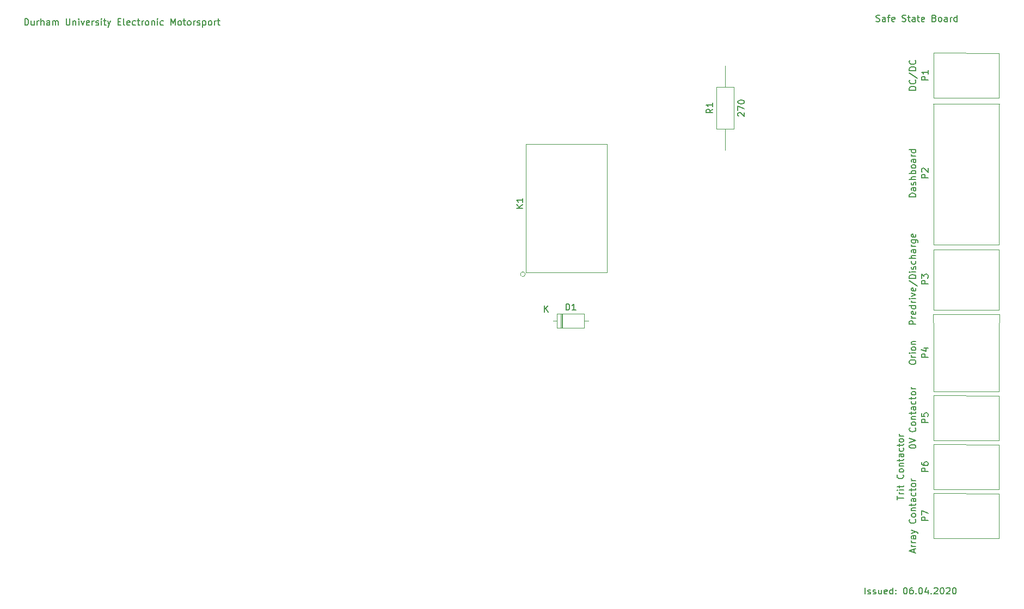
<source format=gto>
G04 #@! TF.GenerationSoftware,KiCad,Pcbnew,(5.1.5)-3*
G04 #@! TF.CreationDate,2020-04-06T18:20:06+01:00*
G04 #@! TF.ProjectId,SafeBoard,53616665-426f-4617-9264-2e6b69636164,rev?*
G04 #@! TF.SameCoordinates,Original*
G04 #@! TF.FileFunction,Legend,Top*
G04 #@! TF.FilePolarity,Positive*
%FSLAX46Y46*%
G04 Gerber Fmt 4.6, Leading zero omitted, Abs format (unit mm)*
G04 Created by KiCad (PCBNEW (5.1.5)-3) date 2020-04-06 18:20:06*
%MOMM*%
%LPD*%
G04 APERTURE LIST*
%ADD10C,0.150000*%
%ADD11C,0.120000*%
G04 APERTURE END LIST*
D10*
X194349080Y-139959480D02*
X194349080Y-138959480D01*
X194777652Y-139911861D02*
X194872890Y-139959480D01*
X195063366Y-139959480D01*
X195158604Y-139911861D01*
X195206223Y-139816623D01*
X195206223Y-139769004D01*
X195158604Y-139673766D01*
X195063366Y-139626147D01*
X194920509Y-139626147D01*
X194825271Y-139578528D01*
X194777652Y-139483290D01*
X194777652Y-139435671D01*
X194825271Y-139340433D01*
X194920509Y-139292814D01*
X195063366Y-139292814D01*
X195158604Y-139340433D01*
X195587176Y-139911861D02*
X195682414Y-139959480D01*
X195872890Y-139959480D01*
X195968128Y-139911861D01*
X196015747Y-139816623D01*
X196015747Y-139769004D01*
X195968128Y-139673766D01*
X195872890Y-139626147D01*
X195730033Y-139626147D01*
X195634795Y-139578528D01*
X195587176Y-139483290D01*
X195587176Y-139435671D01*
X195634795Y-139340433D01*
X195730033Y-139292814D01*
X195872890Y-139292814D01*
X195968128Y-139340433D01*
X196872890Y-139292814D02*
X196872890Y-139959480D01*
X196444319Y-139292814D02*
X196444319Y-139816623D01*
X196491938Y-139911861D01*
X196587176Y-139959480D01*
X196730033Y-139959480D01*
X196825271Y-139911861D01*
X196872890Y-139864242D01*
X197730033Y-139911861D02*
X197634795Y-139959480D01*
X197444319Y-139959480D01*
X197349080Y-139911861D01*
X197301461Y-139816623D01*
X197301461Y-139435671D01*
X197349080Y-139340433D01*
X197444319Y-139292814D01*
X197634795Y-139292814D01*
X197730033Y-139340433D01*
X197777652Y-139435671D01*
X197777652Y-139530909D01*
X197301461Y-139626147D01*
X198634795Y-139959480D02*
X198634795Y-138959480D01*
X198634795Y-139911861D02*
X198539557Y-139959480D01*
X198349080Y-139959480D01*
X198253842Y-139911861D01*
X198206223Y-139864242D01*
X198158604Y-139769004D01*
X198158604Y-139483290D01*
X198206223Y-139388052D01*
X198253842Y-139340433D01*
X198349080Y-139292814D01*
X198539557Y-139292814D01*
X198634795Y-139340433D01*
X199110985Y-139864242D02*
X199158604Y-139911861D01*
X199110985Y-139959480D01*
X199063366Y-139911861D01*
X199110985Y-139864242D01*
X199110985Y-139959480D01*
X199110985Y-139340433D02*
X199158604Y-139388052D01*
X199110985Y-139435671D01*
X199063366Y-139388052D01*
X199110985Y-139340433D01*
X199110985Y-139435671D01*
X200539557Y-138959480D02*
X200634795Y-138959480D01*
X200730033Y-139007100D01*
X200777652Y-139054719D01*
X200825271Y-139149957D01*
X200872890Y-139340433D01*
X200872890Y-139578528D01*
X200825271Y-139769004D01*
X200777652Y-139864242D01*
X200730033Y-139911861D01*
X200634795Y-139959480D01*
X200539557Y-139959480D01*
X200444319Y-139911861D01*
X200396700Y-139864242D01*
X200349080Y-139769004D01*
X200301461Y-139578528D01*
X200301461Y-139340433D01*
X200349080Y-139149957D01*
X200396700Y-139054719D01*
X200444319Y-139007100D01*
X200539557Y-138959480D01*
X201730033Y-138959480D02*
X201539557Y-138959480D01*
X201444319Y-139007100D01*
X201396700Y-139054719D01*
X201301461Y-139197576D01*
X201253842Y-139388052D01*
X201253842Y-139769004D01*
X201301461Y-139864242D01*
X201349080Y-139911861D01*
X201444319Y-139959480D01*
X201634795Y-139959480D01*
X201730033Y-139911861D01*
X201777652Y-139864242D01*
X201825271Y-139769004D01*
X201825271Y-139530909D01*
X201777652Y-139435671D01*
X201730033Y-139388052D01*
X201634795Y-139340433D01*
X201444319Y-139340433D01*
X201349080Y-139388052D01*
X201301461Y-139435671D01*
X201253842Y-139530909D01*
X202253842Y-139864242D02*
X202301461Y-139911861D01*
X202253842Y-139959480D01*
X202206223Y-139911861D01*
X202253842Y-139864242D01*
X202253842Y-139959480D01*
X202920509Y-138959480D02*
X203015747Y-138959480D01*
X203110985Y-139007100D01*
X203158604Y-139054719D01*
X203206223Y-139149957D01*
X203253842Y-139340433D01*
X203253842Y-139578528D01*
X203206223Y-139769004D01*
X203158604Y-139864242D01*
X203110985Y-139911861D01*
X203015747Y-139959480D01*
X202920509Y-139959480D01*
X202825271Y-139911861D01*
X202777652Y-139864242D01*
X202730033Y-139769004D01*
X202682414Y-139578528D01*
X202682414Y-139340433D01*
X202730033Y-139149957D01*
X202777652Y-139054719D01*
X202825271Y-139007100D01*
X202920509Y-138959480D01*
X204110985Y-139292814D02*
X204110985Y-139959480D01*
X203872890Y-138911861D02*
X203634795Y-139626147D01*
X204253842Y-139626147D01*
X204634795Y-139864242D02*
X204682414Y-139911861D01*
X204634795Y-139959480D01*
X204587176Y-139911861D01*
X204634795Y-139864242D01*
X204634795Y-139959480D01*
X205063366Y-139054719D02*
X205110985Y-139007100D01*
X205206223Y-138959480D01*
X205444319Y-138959480D01*
X205539557Y-139007100D01*
X205587176Y-139054719D01*
X205634795Y-139149957D01*
X205634795Y-139245195D01*
X205587176Y-139388052D01*
X205015747Y-139959480D01*
X205634795Y-139959480D01*
X206253842Y-138959480D02*
X206349080Y-138959480D01*
X206444319Y-139007100D01*
X206491938Y-139054719D01*
X206539557Y-139149957D01*
X206587176Y-139340433D01*
X206587176Y-139578528D01*
X206539557Y-139769004D01*
X206491938Y-139864242D01*
X206444319Y-139911861D01*
X206349080Y-139959480D01*
X206253842Y-139959480D01*
X206158604Y-139911861D01*
X206110985Y-139864242D01*
X206063366Y-139769004D01*
X206015747Y-139578528D01*
X206015747Y-139340433D01*
X206063366Y-139149957D01*
X206110985Y-139054719D01*
X206158604Y-139007100D01*
X206253842Y-138959480D01*
X206968128Y-139054719D02*
X207015747Y-139007100D01*
X207110985Y-138959480D01*
X207349080Y-138959480D01*
X207444319Y-139007100D01*
X207491938Y-139054719D01*
X207539557Y-139149957D01*
X207539557Y-139245195D01*
X207491938Y-139388052D01*
X206920509Y-139959480D01*
X207539557Y-139959480D01*
X208158604Y-138959480D02*
X208253842Y-138959480D01*
X208349080Y-139007100D01*
X208396699Y-139054719D01*
X208444319Y-139149957D01*
X208491938Y-139340433D01*
X208491938Y-139578528D01*
X208444319Y-139769004D01*
X208396699Y-139864242D01*
X208349080Y-139911861D01*
X208253842Y-139959480D01*
X208158604Y-139959480D01*
X208063366Y-139911861D01*
X208015747Y-139864242D01*
X207968128Y-139769004D01*
X207920509Y-139578528D01*
X207920509Y-139340433D01*
X207968128Y-139149957D01*
X208015747Y-139054719D01*
X208063366Y-139007100D01*
X208158604Y-138959480D01*
X196052376Y-50770561D02*
X196195233Y-50818180D01*
X196433328Y-50818180D01*
X196528566Y-50770561D01*
X196576185Y-50722942D01*
X196623804Y-50627704D01*
X196623804Y-50532466D01*
X196576185Y-50437228D01*
X196528566Y-50389609D01*
X196433328Y-50341990D01*
X196242852Y-50294371D01*
X196147614Y-50246752D01*
X196099995Y-50199133D01*
X196052376Y-50103895D01*
X196052376Y-50008657D01*
X196099995Y-49913419D01*
X196147614Y-49865800D01*
X196242852Y-49818180D01*
X196480947Y-49818180D01*
X196623804Y-49865800D01*
X197480947Y-50818180D02*
X197480947Y-50294371D01*
X197433328Y-50199133D01*
X197338090Y-50151514D01*
X197147614Y-50151514D01*
X197052376Y-50199133D01*
X197480947Y-50770561D02*
X197385709Y-50818180D01*
X197147614Y-50818180D01*
X197052376Y-50770561D01*
X197004757Y-50675323D01*
X197004757Y-50580085D01*
X197052376Y-50484847D01*
X197147614Y-50437228D01*
X197385709Y-50437228D01*
X197480947Y-50389609D01*
X197814280Y-50151514D02*
X198195233Y-50151514D01*
X197957138Y-50818180D02*
X197957138Y-49961038D01*
X198004757Y-49865800D01*
X198099995Y-49818180D01*
X198195233Y-49818180D01*
X198909519Y-50770561D02*
X198814280Y-50818180D01*
X198623804Y-50818180D01*
X198528566Y-50770561D01*
X198480947Y-50675323D01*
X198480947Y-50294371D01*
X198528566Y-50199133D01*
X198623804Y-50151514D01*
X198814280Y-50151514D01*
X198909519Y-50199133D01*
X198957138Y-50294371D01*
X198957138Y-50389609D01*
X198480947Y-50484847D01*
X200099995Y-50770561D02*
X200242852Y-50818180D01*
X200480947Y-50818180D01*
X200576185Y-50770561D01*
X200623804Y-50722942D01*
X200671423Y-50627704D01*
X200671423Y-50532466D01*
X200623804Y-50437228D01*
X200576185Y-50389609D01*
X200480947Y-50341990D01*
X200290471Y-50294371D01*
X200195233Y-50246752D01*
X200147614Y-50199133D01*
X200099995Y-50103895D01*
X200099995Y-50008657D01*
X200147614Y-49913419D01*
X200195233Y-49865800D01*
X200290471Y-49818180D01*
X200528566Y-49818180D01*
X200671423Y-49865800D01*
X200957138Y-50151514D02*
X201338090Y-50151514D01*
X201099995Y-49818180D02*
X201099995Y-50675323D01*
X201147614Y-50770561D01*
X201242852Y-50818180D01*
X201338090Y-50818180D01*
X202099995Y-50818180D02*
X202099995Y-50294371D01*
X202052376Y-50199133D01*
X201957138Y-50151514D01*
X201766661Y-50151514D01*
X201671423Y-50199133D01*
X202099995Y-50770561D02*
X202004757Y-50818180D01*
X201766661Y-50818180D01*
X201671423Y-50770561D01*
X201623804Y-50675323D01*
X201623804Y-50580085D01*
X201671423Y-50484847D01*
X201766661Y-50437228D01*
X202004757Y-50437228D01*
X202099995Y-50389609D01*
X202433328Y-50151514D02*
X202814280Y-50151514D01*
X202576185Y-49818180D02*
X202576185Y-50675323D01*
X202623804Y-50770561D01*
X202719042Y-50818180D01*
X202814280Y-50818180D01*
X203528566Y-50770561D02*
X203433328Y-50818180D01*
X203242852Y-50818180D01*
X203147614Y-50770561D01*
X203099995Y-50675323D01*
X203099995Y-50294371D01*
X203147614Y-50199133D01*
X203242852Y-50151514D01*
X203433328Y-50151514D01*
X203528566Y-50199133D01*
X203576185Y-50294371D01*
X203576185Y-50389609D01*
X203099995Y-50484847D01*
X205099995Y-50294371D02*
X205242852Y-50341990D01*
X205290471Y-50389609D01*
X205338090Y-50484847D01*
X205338090Y-50627704D01*
X205290471Y-50722942D01*
X205242852Y-50770561D01*
X205147614Y-50818180D01*
X204766661Y-50818180D01*
X204766661Y-49818180D01*
X205099995Y-49818180D01*
X205195233Y-49865800D01*
X205242852Y-49913419D01*
X205290471Y-50008657D01*
X205290471Y-50103895D01*
X205242852Y-50199133D01*
X205195233Y-50246752D01*
X205099995Y-50294371D01*
X204766661Y-50294371D01*
X205909519Y-50818180D02*
X205814280Y-50770561D01*
X205766661Y-50722942D01*
X205719042Y-50627704D01*
X205719042Y-50341990D01*
X205766661Y-50246752D01*
X205814280Y-50199133D01*
X205909519Y-50151514D01*
X206052376Y-50151514D01*
X206147614Y-50199133D01*
X206195233Y-50246752D01*
X206242852Y-50341990D01*
X206242852Y-50627704D01*
X206195233Y-50722942D01*
X206147614Y-50770561D01*
X206052376Y-50818180D01*
X205909519Y-50818180D01*
X207099995Y-50818180D02*
X207099995Y-50294371D01*
X207052376Y-50199133D01*
X206957138Y-50151514D01*
X206766661Y-50151514D01*
X206671423Y-50199133D01*
X207099995Y-50770561D02*
X207004757Y-50818180D01*
X206766661Y-50818180D01*
X206671423Y-50770561D01*
X206623804Y-50675323D01*
X206623804Y-50580085D01*
X206671423Y-50484847D01*
X206766661Y-50437228D01*
X207004757Y-50437228D01*
X207099995Y-50389609D01*
X207576185Y-50818180D02*
X207576185Y-50151514D01*
X207576185Y-50341990D02*
X207623804Y-50246752D01*
X207671423Y-50199133D01*
X207766661Y-50151514D01*
X207861900Y-50151514D01*
X208623804Y-50818180D02*
X208623804Y-49818180D01*
X208623804Y-50770561D02*
X208528566Y-50818180D01*
X208338090Y-50818180D01*
X208242852Y-50770561D01*
X208195233Y-50722942D01*
X208147614Y-50627704D01*
X208147614Y-50341990D01*
X208195233Y-50246752D01*
X208242852Y-50199133D01*
X208338090Y-50151514D01*
X208528566Y-50151514D01*
X208623804Y-50199133D01*
X63657561Y-51376980D02*
X63657561Y-50376980D01*
X63895657Y-50376980D01*
X64038514Y-50424600D01*
X64133752Y-50519838D01*
X64181371Y-50615076D01*
X64228990Y-50805552D01*
X64228990Y-50948409D01*
X64181371Y-51138885D01*
X64133752Y-51234123D01*
X64038514Y-51329361D01*
X63895657Y-51376980D01*
X63657561Y-51376980D01*
X65086133Y-50710314D02*
X65086133Y-51376980D01*
X64657561Y-50710314D02*
X64657561Y-51234123D01*
X64705180Y-51329361D01*
X64800419Y-51376980D01*
X64943276Y-51376980D01*
X65038514Y-51329361D01*
X65086133Y-51281742D01*
X65562323Y-51376980D02*
X65562323Y-50710314D01*
X65562323Y-50900790D02*
X65609942Y-50805552D01*
X65657561Y-50757933D01*
X65752800Y-50710314D01*
X65848038Y-50710314D01*
X66181371Y-51376980D02*
X66181371Y-50376980D01*
X66609942Y-51376980D02*
X66609942Y-50853171D01*
X66562323Y-50757933D01*
X66467085Y-50710314D01*
X66324228Y-50710314D01*
X66228990Y-50757933D01*
X66181371Y-50805552D01*
X67514704Y-51376980D02*
X67514704Y-50853171D01*
X67467085Y-50757933D01*
X67371847Y-50710314D01*
X67181371Y-50710314D01*
X67086133Y-50757933D01*
X67514704Y-51329361D02*
X67419466Y-51376980D01*
X67181371Y-51376980D01*
X67086133Y-51329361D01*
X67038514Y-51234123D01*
X67038514Y-51138885D01*
X67086133Y-51043647D01*
X67181371Y-50996028D01*
X67419466Y-50996028D01*
X67514704Y-50948409D01*
X67990895Y-51376980D02*
X67990895Y-50710314D01*
X67990895Y-50805552D02*
X68038514Y-50757933D01*
X68133752Y-50710314D01*
X68276609Y-50710314D01*
X68371847Y-50757933D01*
X68419466Y-50853171D01*
X68419466Y-51376980D01*
X68419466Y-50853171D02*
X68467085Y-50757933D01*
X68562323Y-50710314D01*
X68705180Y-50710314D01*
X68800419Y-50757933D01*
X68848038Y-50853171D01*
X68848038Y-51376980D01*
X70086133Y-50376980D02*
X70086133Y-51186504D01*
X70133752Y-51281742D01*
X70181371Y-51329361D01*
X70276609Y-51376980D01*
X70467085Y-51376980D01*
X70562323Y-51329361D01*
X70609942Y-51281742D01*
X70657561Y-51186504D01*
X70657561Y-50376980D01*
X71133752Y-50710314D02*
X71133752Y-51376980D01*
X71133752Y-50805552D02*
X71181371Y-50757933D01*
X71276609Y-50710314D01*
X71419466Y-50710314D01*
X71514704Y-50757933D01*
X71562323Y-50853171D01*
X71562323Y-51376980D01*
X72038514Y-51376980D02*
X72038514Y-50710314D01*
X72038514Y-50376980D02*
X71990895Y-50424600D01*
X72038514Y-50472219D01*
X72086133Y-50424600D01*
X72038514Y-50376980D01*
X72038514Y-50472219D01*
X72419466Y-50710314D02*
X72657561Y-51376980D01*
X72895657Y-50710314D01*
X73657561Y-51329361D02*
X73562323Y-51376980D01*
X73371847Y-51376980D01*
X73276609Y-51329361D01*
X73228990Y-51234123D01*
X73228990Y-50853171D01*
X73276609Y-50757933D01*
X73371847Y-50710314D01*
X73562323Y-50710314D01*
X73657561Y-50757933D01*
X73705180Y-50853171D01*
X73705180Y-50948409D01*
X73228990Y-51043647D01*
X74133752Y-51376980D02*
X74133752Y-50710314D01*
X74133752Y-50900790D02*
X74181371Y-50805552D01*
X74228990Y-50757933D01*
X74324228Y-50710314D01*
X74419466Y-50710314D01*
X74705180Y-51329361D02*
X74800419Y-51376980D01*
X74990895Y-51376980D01*
X75086133Y-51329361D01*
X75133752Y-51234123D01*
X75133752Y-51186504D01*
X75086133Y-51091266D01*
X74990895Y-51043647D01*
X74848038Y-51043647D01*
X74752800Y-50996028D01*
X74705180Y-50900790D01*
X74705180Y-50853171D01*
X74752800Y-50757933D01*
X74848038Y-50710314D01*
X74990895Y-50710314D01*
X75086133Y-50757933D01*
X75562323Y-51376980D02*
X75562323Y-50710314D01*
X75562323Y-50376980D02*
X75514704Y-50424600D01*
X75562323Y-50472219D01*
X75609942Y-50424600D01*
X75562323Y-50376980D01*
X75562323Y-50472219D01*
X75895657Y-50710314D02*
X76276609Y-50710314D01*
X76038514Y-50376980D02*
X76038514Y-51234123D01*
X76086133Y-51329361D01*
X76181371Y-51376980D01*
X76276609Y-51376980D01*
X76514704Y-50710314D02*
X76752800Y-51376980D01*
X76990895Y-50710314D02*
X76752800Y-51376980D01*
X76657561Y-51615076D01*
X76609942Y-51662695D01*
X76514704Y-51710314D01*
X78133752Y-50853171D02*
X78467085Y-50853171D01*
X78609942Y-51376980D02*
X78133752Y-51376980D01*
X78133752Y-50376980D01*
X78609942Y-50376980D01*
X79181371Y-51376980D02*
X79086133Y-51329361D01*
X79038514Y-51234123D01*
X79038514Y-50376980D01*
X79943276Y-51329361D02*
X79848038Y-51376980D01*
X79657561Y-51376980D01*
X79562323Y-51329361D01*
X79514704Y-51234123D01*
X79514704Y-50853171D01*
X79562323Y-50757933D01*
X79657561Y-50710314D01*
X79848038Y-50710314D01*
X79943276Y-50757933D01*
X79990895Y-50853171D01*
X79990895Y-50948409D01*
X79514704Y-51043647D01*
X80848038Y-51329361D02*
X80752800Y-51376980D01*
X80562323Y-51376980D01*
X80467085Y-51329361D01*
X80419466Y-51281742D01*
X80371847Y-51186504D01*
X80371847Y-50900790D01*
X80419466Y-50805552D01*
X80467085Y-50757933D01*
X80562323Y-50710314D01*
X80752800Y-50710314D01*
X80848038Y-50757933D01*
X81133752Y-50710314D02*
X81514704Y-50710314D01*
X81276609Y-50376980D02*
X81276609Y-51234123D01*
X81324228Y-51329361D01*
X81419466Y-51376980D01*
X81514704Y-51376980D01*
X81848038Y-51376980D02*
X81848038Y-50710314D01*
X81848038Y-50900790D02*
X81895657Y-50805552D01*
X81943276Y-50757933D01*
X82038514Y-50710314D01*
X82133752Y-50710314D01*
X82609942Y-51376980D02*
X82514704Y-51329361D01*
X82467085Y-51281742D01*
X82419466Y-51186504D01*
X82419466Y-50900790D01*
X82467085Y-50805552D01*
X82514704Y-50757933D01*
X82609942Y-50710314D01*
X82752800Y-50710314D01*
X82848038Y-50757933D01*
X82895657Y-50805552D01*
X82943276Y-50900790D01*
X82943276Y-51186504D01*
X82895657Y-51281742D01*
X82848038Y-51329361D01*
X82752800Y-51376980D01*
X82609942Y-51376980D01*
X83371847Y-50710314D02*
X83371847Y-51376980D01*
X83371847Y-50805552D02*
X83419466Y-50757933D01*
X83514704Y-50710314D01*
X83657561Y-50710314D01*
X83752800Y-50757933D01*
X83800419Y-50853171D01*
X83800419Y-51376980D01*
X84276609Y-51376980D02*
X84276609Y-50710314D01*
X84276609Y-50376980D02*
X84228990Y-50424600D01*
X84276609Y-50472219D01*
X84324228Y-50424600D01*
X84276609Y-50376980D01*
X84276609Y-50472219D01*
X85181371Y-51329361D02*
X85086133Y-51376980D01*
X84895657Y-51376980D01*
X84800419Y-51329361D01*
X84752800Y-51281742D01*
X84705180Y-51186504D01*
X84705180Y-50900790D01*
X84752800Y-50805552D01*
X84800419Y-50757933D01*
X84895657Y-50710314D01*
X85086133Y-50710314D01*
X85181371Y-50757933D01*
X86371847Y-51376980D02*
X86371847Y-50376980D01*
X86705180Y-51091266D01*
X87038514Y-50376980D01*
X87038514Y-51376980D01*
X87657561Y-51376980D02*
X87562323Y-51329361D01*
X87514704Y-51281742D01*
X87467085Y-51186504D01*
X87467085Y-50900790D01*
X87514704Y-50805552D01*
X87562323Y-50757933D01*
X87657561Y-50710314D01*
X87800419Y-50710314D01*
X87895657Y-50757933D01*
X87943276Y-50805552D01*
X87990895Y-50900790D01*
X87990895Y-51186504D01*
X87943276Y-51281742D01*
X87895657Y-51329361D01*
X87800419Y-51376980D01*
X87657561Y-51376980D01*
X88276609Y-50710314D02*
X88657561Y-50710314D01*
X88419466Y-50376980D02*
X88419466Y-51234123D01*
X88467085Y-51329361D01*
X88562323Y-51376980D01*
X88657561Y-51376980D01*
X89133752Y-51376980D02*
X89038514Y-51329361D01*
X88990895Y-51281742D01*
X88943276Y-51186504D01*
X88943276Y-50900790D01*
X88990895Y-50805552D01*
X89038514Y-50757933D01*
X89133752Y-50710314D01*
X89276609Y-50710314D01*
X89371847Y-50757933D01*
X89419466Y-50805552D01*
X89467085Y-50900790D01*
X89467085Y-51186504D01*
X89419466Y-51281742D01*
X89371847Y-51329361D01*
X89276609Y-51376980D01*
X89133752Y-51376980D01*
X89895657Y-51376980D02*
X89895657Y-50710314D01*
X89895657Y-50900790D02*
X89943276Y-50805552D01*
X89990895Y-50757933D01*
X90086133Y-50710314D01*
X90181371Y-50710314D01*
X90467085Y-51329361D02*
X90562323Y-51376980D01*
X90752799Y-51376980D01*
X90848038Y-51329361D01*
X90895657Y-51234123D01*
X90895657Y-51186504D01*
X90848038Y-51091266D01*
X90752799Y-51043647D01*
X90609942Y-51043647D01*
X90514704Y-50996028D01*
X90467085Y-50900790D01*
X90467085Y-50853171D01*
X90514704Y-50757933D01*
X90609942Y-50710314D01*
X90752799Y-50710314D01*
X90848038Y-50757933D01*
X91324228Y-50710314D02*
X91324228Y-51710314D01*
X91324228Y-50757933D02*
X91419466Y-50710314D01*
X91609942Y-50710314D01*
X91705180Y-50757933D01*
X91752799Y-50805552D01*
X91800419Y-50900790D01*
X91800419Y-51186504D01*
X91752799Y-51281742D01*
X91705180Y-51329361D01*
X91609942Y-51376980D01*
X91419466Y-51376980D01*
X91324228Y-51329361D01*
X92371847Y-51376980D02*
X92276609Y-51329361D01*
X92228990Y-51281742D01*
X92181371Y-51186504D01*
X92181371Y-50900790D01*
X92228990Y-50805552D01*
X92276609Y-50757933D01*
X92371847Y-50710314D01*
X92514704Y-50710314D01*
X92609942Y-50757933D01*
X92657561Y-50805552D01*
X92705180Y-50900790D01*
X92705180Y-51186504D01*
X92657561Y-51281742D01*
X92609942Y-51329361D01*
X92514704Y-51376980D01*
X92371847Y-51376980D01*
X93133752Y-51376980D02*
X93133752Y-50710314D01*
X93133752Y-50900790D02*
X93181371Y-50805552D01*
X93228990Y-50757933D01*
X93324228Y-50710314D01*
X93419466Y-50710314D01*
X93609942Y-50710314D02*
X93990895Y-50710314D01*
X93752799Y-50376980D02*
X93752799Y-51234123D01*
X93800419Y-51329361D01*
X93895657Y-51376980D01*
X93990895Y-51376980D01*
D11*
X146432000Y-96312000D02*
X146432000Y-98552000D01*
X146432000Y-98552000D02*
X150672000Y-98552000D01*
X150672000Y-98552000D02*
X150672000Y-96312000D01*
X150672000Y-96312000D02*
X146432000Y-96312000D01*
X145782000Y-97432000D02*
X146432000Y-97432000D01*
X151322000Y-97432000D02*
X150672000Y-97432000D01*
X147152000Y-96312000D02*
X147152000Y-98552000D01*
X147272000Y-96312000D02*
X147272000Y-98552000D01*
X147032000Y-96312000D02*
X147032000Y-98552000D01*
X205003500Y-62697500D02*
X205003500Y-55712500D01*
X205003500Y-55712500D02*
X215163500Y-55776000D01*
X215163500Y-55776000D02*
X215163500Y-62697500D01*
X215163500Y-62697500D02*
X205003500Y-62697500D01*
X205003500Y-85557500D02*
X205003500Y-63635000D01*
X215163500Y-63635000D02*
X215163500Y-85557500D01*
X215163500Y-85557500D02*
X205003500Y-85557500D01*
X204940000Y-63635000D02*
X215227000Y-63635000D01*
X205003500Y-95717500D02*
X205003500Y-88732500D01*
X205003500Y-86295000D02*
X215163500Y-86295000D01*
X215163500Y-88796000D02*
X215163500Y-95717500D01*
X215163500Y-95717500D02*
X205003500Y-95717500D01*
X205003500Y-86295000D02*
X205003500Y-88732500D01*
X215163500Y-86295000D02*
X215163500Y-88796000D01*
X205003500Y-108417500D02*
X205003500Y-101432500D01*
X215163500Y-101496000D02*
X215163500Y-108417500D01*
X215163500Y-108417500D02*
X205003500Y-108417500D01*
X205003500Y-98995000D02*
X205003500Y-101432500D01*
X215163500Y-98995000D02*
X215163500Y-101496000D01*
X205003500Y-98995000D02*
X204940000Y-96416000D01*
X204940000Y-96416000D02*
X215227000Y-96416000D01*
X215227000Y-96416000D02*
X215163500Y-98995000D01*
X215163500Y-116037500D02*
X205003500Y-116037500D01*
X215163500Y-109116000D02*
X215163500Y-116037500D01*
X205003500Y-109052500D02*
X215163500Y-109116000D01*
X205003500Y-116037500D02*
X205003500Y-109052500D01*
X205003500Y-123657500D02*
X205003500Y-116672500D01*
X205003500Y-116672500D02*
X215163500Y-116736000D01*
X215163500Y-116736000D02*
X215163500Y-123657500D01*
X215163500Y-123657500D02*
X205003500Y-123657500D01*
X215163500Y-131277500D02*
X205003500Y-131277500D01*
X215163500Y-124356000D02*
X215163500Y-131277500D01*
X205003500Y-124292500D02*
X215163500Y-124356000D01*
X205003500Y-131277500D02*
X205003500Y-124292500D01*
X171185000Y-67555000D02*
X173925000Y-67555000D01*
X173925000Y-67555000D02*
X173925000Y-61015000D01*
X173925000Y-61015000D02*
X171185000Y-61015000D01*
X171185000Y-61015000D02*
X171185000Y-67555000D01*
X172555000Y-70865000D02*
X172555000Y-67555000D01*
X172555000Y-57705000D02*
X172555000Y-61015000D01*
X154165400Y-89913600D02*
X141617800Y-89913600D01*
X141617800Y-89913600D02*
X141617800Y-69898400D01*
X141617800Y-69898400D02*
X154165400Y-69898400D01*
X154165400Y-69898400D02*
X154165400Y-89913600D01*
X141479630Y-90167600D02*
G75*
G03X141479630Y-90167600I-369830J0D01*
G01*
D10*
X147813904Y-95764380D02*
X147813904Y-94764380D01*
X148052000Y-94764380D01*
X148194857Y-94812000D01*
X148290095Y-94907238D01*
X148337714Y-95002476D01*
X148385333Y-95192952D01*
X148385333Y-95335809D01*
X148337714Y-95526285D01*
X148290095Y-95621523D01*
X148194857Y-95716761D01*
X148052000Y-95764380D01*
X147813904Y-95764380D01*
X149337714Y-95764380D02*
X148766285Y-95764380D01*
X149052000Y-95764380D02*
X149052000Y-94764380D01*
X148956761Y-94907238D01*
X148861523Y-95002476D01*
X148766285Y-95050095D01*
X144480095Y-96084380D02*
X144480095Y-95084380D01*
X145051523Y-96084380D02*
X144622952Y-95512952D01*
X145051523Y-95084380D02*
X144480095Y-95655809D01*
X204122380Y-59943095D02*
X203122380Y-59943095D01*
X203122380Y-59562142D01*
X203170000Y-59466904D01*
X203217619Y-59419285D01*
X203312857Y-59371666D01*
X203455714Y-59371666D01*
X203550952Y-59419285D01*
X203598571Y-59466904D01*
X203646190Y-59562142D01*
X203646190Y-59943095D01*
X204122380Y-58419285D02*
X204122380Y-58990714D01*
X204122380Y-58705000D02*
X203122380Y-58705000D01*
X203265238Y-58800238D01*
X203360476Y-58895476D01*
X203408095Y-58990714D01*
X202217380Y-61490714D02*
X201217380Y-61490714D01*
X201217380Y-61252619D01*
X201265000Y-61109761D01*
X201360238Y-61014523D01*
X201455476Y-60966904D01*
X201645952Y-60919285D01*
X201788809Y-60919285D01*
X201979285Y-60966904D01*
X202074523Y-61014523D01*
X202169761Y-61109761D01*
X202217380Y-61252619D01*
X202217380Y-61490714D01*
X202122142Y-59919285D02*
X202169761Y-59966904D01*
X202217380Y-60109761D01*
X202217380Y-60205000D01*
X202169761Y-60347857D01*
X202074523Y-60443095D01*
X201979285Y-60490714D01*
X201788809Y-60538333D01*
X201645952Y-60538333D01*
X201455476Y-60490714D01*
X201360238Y-60443095D01*
X201265000Y-60347857D01*
X201217380Y-60205000D01*
X201217380Y-60109761D01*
X201265000Y-59966904D01*
X201312619Y-59919285D01*
X201169761Y-58776428D02*
X202455476Y-59633571D01*
X202217380Y-58443095D02*
X201217380Y-58443095D01*
X201217380Y-58205000D01*
X201265000Y-58062142D01*
X201360238Y-57966904D01*
X201455476Y-57919285D01*
X201645952Y-57871666D01*
X201788809Y-57871666D01*
X201979285Y-57919285D01*
X202074523Y-57966904D01*
X202169761Y-58062142D01*
X202217380Y-58205000D01*
X202217380Y-58443095D01*
X202122142Y-56871666D02*
X202169761Y-56919285D01*
X202217380Y-57062142D01*
X202217380Y-57157380D01*
X202169761Y-57300238D01*
X202074523Y-57395476D01*
X201979285Y-57443095D01*
X201788809Y-57490714D01*
X201645952Y-57490714D01*
X201455476Y-57443095D01*
X201360238Y-57395476D01*
X201265000Y-57300238D01*
X201217380Y-57157380D01*
X201217380Y-57062142D01*
X201265000Y-56919285D01*
X201312619Y-56871666D01*
X204122380Y-75183095D02*
X203122380Y-75183095D01*
X203122380Y-74802142D01*
X203170000Y-74706904D01*
X203217619Y-74659285D01*
X203312857Y-74611666D01*
X203455714Y-74611666D01*
X203550952Y-74659285D01*
X203598571Y-74706904D01*
X203646190Y-74802142D01*
X203646190Y-75183095D01*
X203217619Y-74230714D02*
X203170000Y-74183095D01*
X203122380Y-74087857D01*
X203122380Y-73849761D01*
X203170000Y-73754523D01*
X203217619Y-73706904D01*
X203312857Y-73659285D01*
X203408095Y-73659285D01*
X203550952Y-73706904D01*
X204122380Y-74278333D01*
X204122380Y-73659285D01*
X202217380Y-78135476D02*
X201217380Y-78135476D01*
X201217380Y-77897380D01*
X201265000Y-77754523D01*
X201360238Y-77659285D01*
X201455476Y-77611666D01*
X201645952Y-77564047D01*
X201788809Y-77564047D01*
X201979285Y-77611666D01*
X202074523Y-77659285D01*
X202169761Y-77754523D01*
X202217380Y-77897380D01*
X202217380Y-78135476D01*
X202217380Y-76706904D02*
X201693571Y-76706904D01*
X201598333Y-76754523D01*
X201550714Y-76849761D01*
X201550714Y-77040238D01*
X201598333Y-77135476D01*
X202169761Y-76706904D02*
X202217380Y-76802142D01*
X202217380Y-77040238D01*
X202169761Y-77135476D01*
X202074523Y-77183095D01*
X201979285Y-77183095D01*
X201884047Y-77135476D01*
X201836428Y-77040238D01*
X201836428Y-76802142D01*
X201788809Y-76706904D01*
X202169761Y-76278333D02*
X202217380Y-76183095D01*
X202217380Y-75992619D01*
X202169761Y-75897380D01*
X202074523Y-75849761D01*
X202026904Y-75849761D01*
X201931666Y-75897380D01*
X201884047Y-75992619D01*
X201884047Y-76135476D01*
X201836428Y-76230714D01*
X201741190Y-76278333D01*
X201693571Y-76278333D01*
X201598333Y-76230714D01*
X201550714Y-76135476D01*
X201550714Y-75992619D01*
X201598333Y-75897380D01*
X202217380Y-75421190D02*
X201217380Y-75421190D01*
X202217380Y-74992619D02*
X201693571Y-74992619D01*
X201598333Y-75040238D01*
X201550714Y-75135476D01*
X201550714Y-75278333D01*
X201598333Y-75373571D01*
X201645952Y-75421190D01*
X202217380Y-74516428D02*
X201217380Y-74516428D01*
X201598333Y-74516428D02*
X201550714Y-74421190D01*
X201550714Y-74230714D01*
X201598333Y-74135476D01*
X201645952Y-74087857D01*
X201741190Y-74040238D01*
X202026904Y-74040238D01*
X202122142Y-74087857D01*
X202169761Y-74135476D01*
X202217380Y-74230714D01*
X202217380Y-74421190D01*
X202169761Y-74516428D01*
X202217380Y-73468809D02*
X202169761Y-73564047D01*
X202122142Y-73611666D01*
X202026904Y-73659285D01*
X201741190Y-73659285D01*
X201645952Y-73611666D01*
X201598333Y-73564047D01*
X201550714Y-73468809D01*
X201550714Y-73325952D01*
X201598333Y-73230714D01*
X201645952Y-73183095D01*
X201741190Y-73135476D01*
X202026904Y-73135476D01*
X202122142Y-73183095D01*
X202169761Y-73230714D01*
X202217380Y-73325952D01*
X202217380Y-73468809D01*
X202217380Y-72278333D02*
X201693571Y-72278333D01*
X201598333Y-72325952D01*
X201550714Y-72421190D01*
X201550714Y-72611666D01*
X201598333Y-72706904D01*
X202169761Y-72278333D02*
X202217380Y-72373571D01*
X202217380Y-72611666D01*
X202169761Y-72706904D01*
X202074523Y-72754523D01*
X201979285Y-72754523D01*
X201884047Y-72706904D01*
X201836428Y-72611666D01*
X201836428Y-72373571D01*
X201788809Y-72278333D01*
X202217380Y-71802142D02*
X201550714Y-71802142D01*
X201741190Y-71802142D02*
X201645952Y-71754523D01*
X201598333Y-71706904D01*
X201550714Y-71611666D01*
X201550714Y-71516428D01*
X202217380Y-70754523D02*
X201217380Y-70754523D01*
X202169761Y-70754523D02*
X202217380Y-70849761D01*
X202217380Y-71040238D01*
X202169761Y-71135476D01*
X202122142Y-71183095D01*
X202026904Y-71230714D01*
X201741190Y-71230714D01*
X201645952Y-71183095D01*
X201598333Y-71135476D01*
X201550714Y-71040238D01*
X201550714Y-70849761D01*
X201598333Y-70754523D01*
X204122380Y-91693095D02*
X203122380Y-91693095D01*
X203122380Y-91312142D01*
X203170000Y-91216904D01*
X203217619Y-91169285D01*
X203312857Y-91121666D01*
X203455714Y-91121666D01*
X203550952Y-91169285D01*
X203598571Y-91216904D01*
X203646190Y-91312142D01*
X203646190Y-91693095D01*
X203122380Y-90788333D02*
X203122380Y-90169285D01*
X203503333Y-90502619D01*
X203503333Y-90359761D01*
X203550952Y-90264523D01*
X203598571Y-90216904D01*
X203693809Y-90169285D01*
X203931904Y-90169285D01*
X204027142Y-90216904D01*
X204074761Y-90264523D01*
X204122380Y-90359761D01*
X204122380Y-90645476D01*
X204074761Y-90740714D01*
X204027142Y-90788333D01*
X202217380Y-97955000D02*
X201217380Y-97955000D01*
X201217380Y-97574047D01*
X201265000Y-97478809D01*
X201312619Y-97431190D01*
X201407857Y-97383571D01*
X201550714Y-97383571D01*
X201645952Y-97431190D01*
X201693571Y-97478809D01*
X201741190Y-97574047D01*
X201741190Y-97955000D01*
X202217380Y-96955000D02*
X201550714Y-96955000D01*
X201741190Y-96955000D02*
X201645952Y-96907380D01*
X201598333Y-96859761D01*
X201550714Y-96764523D01*
X201550714Y-96669285D01*
X202169761Y-95955000D02*
X202217380Y-96050238D01*
X202217380Y-96240714D01*
X202169761Y-96335952D01*
X202074523Y-96383571D01*
X201693571Y-96383571D01*
X201598333Y-96335952D01*
X201550714Y-96240714D01*
X201550714Y-96050238D01*
X201598333Y-95955000D01*
X201693571Y-95907380D01*
X201788809Y-95907380D01*
X201884047Y-96383571D01*
X202217380Y-95050238D02*
X201217380Y-95050238D01*
X202169761Y-95050238D02*
X202217380Y-95145476D01*
X202217380Y-95335952D01*
X202169761Y-95431190D01*
X202122142Y-95478809D01*
X202026904Y-95526428D01*
X201741190Y-95526428D01*
X201645952Y-95478809D01*
X201598333Y-95431190D01*
X201550714Y-95335952D01*
X201550714Y-95145476D01*
X201598333Y-95050238D01*
X202217380Y-94574047D02*
X201550714Y-94574047D01*
X201741190Y-94574047D02*
X201645952Y-94526428D01*
X201598333Y-94478809D01*
X201550714Y-94383571D01*
X201550714Y-94288333D01*
X202217380Y-93955000D02*
X201550714Y-93955000D01*
X201217380Y-93955000D02*
X201265000Y-94002619D01*
X201312619Y-93955000D01*
X201265000Y-93907380D01*
X201217380Y-93955000D01*
X201312619Y-93955000D01*
X201550714Y-93574047D02*
X202217380Y-93335952D01*
X201550714Y-93097857D01*
X202169761Y-92335952D02*
X202217380Y-92431190D01*
X202217380Y-92621666D01*
X202169761Y-92716904D01*
X202074523Y-92764523D01*
X201693571Y-92764523D01*
X201598333Y-92716904D01*
X201550714Y-92621666D01*
X201550714Y-92431190D01*
X201598333Y-92335952D01*
X201693571Y-92288333D01*
X201788809Y-92288333D01*
X201884047Y-92764523D01*
X201169761Y-91145476D02*
X202455476Y-92002619D01*
X202217380Y-90812142D02*
X201217380Y-90812142D01*
X201217380Y-90574047D01*
X201265000Y-90431190D01*
X201360238Y-90335952D01*
X201455476Y-90288333D01*
X201645952Y-90240714D01*
X201788809Y-90240714D01*
X201979285Y-90288333D01*
X202074523Y-90335952D01*
X202169761Y-90431190D01*
X202217380Y-90574047D01*
X202217380Y-90812142D01*
X202217380Y-89812142D02*
X201550714Y-89812142D01*
X201217380Y-89812142D02*
X201265000Y-89859761D01*
X201312619Y-89812142D01*
X201265000Y-89764523D01*
X201217380Y-89812142D01*
X201312619Y-89812142D01*
X202169761Y-89383571D02*
X202217380Y-89288333D01*
X202217380Y-89097857D01*
X202169761Y-89002619D01*
X202074523Y-88955000D01*
X202026904Y-88955000D01*
X201931666Y-89002619D01*
X201884047Y-89097857D01*
X201884047Y-89240714D01*
X201836428Y-89335952D01*
X201741190Y-89383571D01*
X201693571Y-89383571D01*
X201598333Y-89335952D01*
X201550714Y-89240714D01*
X201550714Y-89097857D01*
X201598333Y-89002619D01*
X202169761Y-88097857D02*
X202217380Y-88193095D01*
X202217380Y-88383571D01*
X202169761Y-88478809D01*
X202122142Y-88526428D01*
X202026904Y-88574047D01*
X201741190Y-88574047D01*
X201645952Y-88526428D01*
X201598333Y-88478809D01*
X201550714Y-88383571D01*
X201550714Y-88193095D01*
X201598333Y-88097857D01*
X202217380Y-87669285D02*
X201217380Y-87669285D01*
X202217380Y-87240714D02*
X201693571Y-87240714D01*
X201598333Y-87288333D01*
X201550714Y-87383571D01*
X201550714Y-87526428D01*
X201598333Y-87621666D01*
X201645952Y-87669285D01*
X202217380Y-86335952D02*
X201693571Y-86335952D01*
X201598333Y-86383571D01*
X201550714Y-86478809D01*
X201550714Y-86669285D01*
X201598333Y-86764523D01*
X202169761Y-86335952D02*
X202217380Y-86431190D01*
X202217380Y-86669285D01*
X202169761Y-86764523D01*
X202074523Y-86812142D01*
X201979285Y-86812142D01*
X201884047Y-86764523D01*
X201836428Y-86669285D01*
X201836428Y-86431190D01*
X201788809Y-86335952D01*
X202217380Y-85859761D02*
X201550714Y-85859761D01*
X201741190Y-85859761D02*
X201645952Y-85812142D01*
X201598333Y-85764523D01*
X201550714Y-85669285D01*
X201550714Y-85574047D01*
X201550714Y-84812142D02*
X202360238Y-84812142D01*
X202455476Y-84859761D01*
X202503095Y-84907380D01*
X202550714Y-85002619D01*
X202550714Y-85145476D01*
X202503095Y-85240714D01*
X202169761Y-84812142D02*
X202217380Y-84907380D01*
X202217380Y-85097857D01*
X202169761Y-85193095D01*
X202122142Y-85240714D01*
X202026904Y-85288333D01*
X201741190Y-85288333D01*
X201645952Y-85240714D01*
X201598333Y-85193095D01*
X201550714Y-85097857D01*
X201550714Y-84907380D01*
X201598333Y-84812142D01*
X202169761Y-83955000D02*
X202217380Y-84050238D01*
X202217380Y-84240714D01*
X202169761Y-84335952D01*
X202074523Y-84383571D01*
X201693571Y-84383571D01*
X201598333Y-84335952D01*
X201550714Y-84240714D01*
X201550714Y-84050238D01*
X201598333Y-83955000D01*
X201693571Y-83907380D01*
X201788809Y-83907380D01*
X201884047Y-84383571D01*
X204122380Y-103123095D02*
X203122380Y-103123095D01*
X203122380Y-102742142D01*
X203170000Y-102646904D01*
X203217619Y-102599285D01*
X203312857Y-102551666D01*
X203455714Y-102551666D01*
X203550952Y-102599285D01*
X203598571Y-102646904D01*
X203646190Y-102742142D01*
X203646190Y-103123095D01*
X203455714Y-101694523D02*
X204122380Y-101694523D01*
X203074761Y-101932619D02*
X203789047Y-102170714D01*
X203789047Y-101551666D01*
X201217380Y-103932619D02*
X201217380Y-103742142D01*
X201265000Y-103646904D01*
X201360238Y-103551666D01*
X201550714Y-103504047D01*
X201884047Y-103504047D01*
X202074523Y-103551666D01*
X202169761Y-103646904D01*
X202217380Y-103742142D01*
X202217380Y-103932619D01*
X202169761Y-104027857D01*
X202074523Y-104123095D01*
X201884047Y-104170714D01*
X201550714Y-104170714D01*
X201360238Y-104123095D01*
X201265000Y-104027857D01*
X201217380Y-103932619D01*
X202217380Y-103075476D02*
X201550714Y-103075476D01*
X201741190Y-103075476D02*
X201645952Y-103027857D01*
X201598333Y-102980238D01*
X201550714Y-102885000D01*
X201550714Y-102789761D01*
X202217380Y-102456428D02*
X201550714Y-102456428D01*
X201217380Y-102456428D02*
X201265000Y-102504047D01*
X201312619Y-102456428D01*
X201265000Y-102408809D01*
X201217380Y-102456428D01*
X201312619Y-102456428D01*
X202217380Y-101837380D02*
X202169761Y-101932619D01*
X202122142Y-101980238D01*
X202026904Y-102027857D01*
X201741190Y-102027857D01*
X201645952Y-101980238D01*
X201598333Y-101932619D01*
X201550714Y-101837380D01*
X201550714Y-101694523D01*
X201598333Y-101599285D01*
X201645952Y-101551666D01*
X201741190Y-101504047D01*
X202026904Y-101504047D01*
X202122142Y-101551666D01*
X202169761Y-101599285D01*
X202217380Y-101694523D01*
X202217380Y-101837380D01*
X201550714Y-101075476D02*
X202217380Y-101075476D01*
X201645952Y-101075476D02*
X201598333Y-101027857D01*
X201550714Y-100932619D01*
X201550714Y-100789761D01*
X201598333Y-100694523D01*
X201693571Y-100646904D01*
X202217380Y-100646904D01*
X204122380Y-113283095D02*
X203122380Y-113283095D01*
X203122380Y-112902142D01*
X203170000Y-112806904D01*
X203217619Y-112759285D01*
X203312857Y-112711666D01*
X203455714Y-112711666D01*
X203550952Y-112759285D01*
X203598571Y-112806904D01*
X203646190Y-112902142D01*
X203646190Y-113283095D01*
X203122380Y-111806904D02*
X203122380Y-112283095D01*
X203598571Y-112330714D01*
X203550952Y-112283095D01*
X203503333Y-112187857D01*
X203503333Y-111949761D01*
X203550952Y-111854523D01*
X203598571Y-111806904D01*
X203693809Y-111759285D01*
X203931904Y-111759285D01*
X204027142Y-111806904D01*
X204074761Y-111854523D01*
X204122380Y-111949761D01*
X204122380Y-112187857D01*
X204074761Y-112283095D01*
X204027142Y-112330714D01*
X201217380Y-117021190D02*
X201217380Y-116925952D01*
X201265000Y-116830714D01*
X201312619Y-116783095D01*
X201407857Y-116735476D01*
X201598333Y-116687857D01*
X201836428Y-116687857D01*
X202026904Y-116735476D01*
X202122142Y-116783095D01*
X202169761Y-116830714D01*
X202217380Y-116925952D01*
X202217380Y-117021190D01*
X202169761Y-117116428D01*
X202122142Y-117164047D01*
X202026904Y-117211666D01*
X201836428Y-117259285D01*
X201598333Y-117259285D01*
X201407857Y-117211666D01*
X201312619Y-117164047D01*
X201265000Y-117116428D01*
X201217380Y-117021190D01*
X201217380Y-116402142D02*
X202217380Y-116068809D01*
X201217380Y-115735476D01*
X202122142Y-114068809D02*
X202169761Y-114116428D01*
X202217380Y-114259285D01*
X202217380Y-114354523D01*
X202169761Y-114497380D01*
X202074523Y-114592619D01*
X201979285Y-114640238D01*
X201788809Y-114687857D01*
X201645952Y-114687857D01*
X201455476Y-114640238D01*
X201360238Y-114592619D01*
X201265000Y-114497380D01*
X201217380Y-114354523D01*
X201217380Y-114259285D01*
X201265000Y-114116428D01*
X201312619Y-114068809D01*
X202217380Y-113497380D02*
X202169761Y-113592619D01*
X202122142Y-113640238D01*
X202026904Y-113687857D01*
X201741190Y-113687857D01*
X201645952Y-113640238D01*
X201598333Y-113592619D01*
X201550714Y-113497380D01*
X201550714Y-113354523D01*
X201598333Y-113259285D01*
X201645952Y-113211666D01*
X201741190Y-113164047D01*
X202026904Y-113164047D01*
X202122142Y-113211666D01*
X202169761Y-113259285D01*
X202217380Y-113354523D01*
X202217380Y-113497380D01*
X201550714Y-112735476D02*
X202217380Y-112735476D01*
X201645952Y-112735476D02*
X201598333Y-112687857D01*
X201550714Y-112592619D01*
X201550714Y-112449761D01*
X201598333Y-112354523D01*
X201693571Y-112306904D01*
X202217380Y-112306904D01*
X201550714Y-111973571D02*
X201550714Y-111592619D01*
X201217380Y-111830714D02*
X202074523Y-111830714D01*
X202169761Y-111783095D01*
X202217380Y-111687857D01*
X202217380Y-111592619D01*
X202217380Y-110830714D02*
X201693571Y-110830714D01*
X201598333Y-110878333D01*
X201550714Y-110973571D01*
X201550714Y-111164047D01*
X201598333Y-111259285D01*
X202169761Y-110830714D02*
X202217380Y-110925952D01*
X202217380Y-111164047D01*
X202169761Y-111259285D01*
X202074523Y-111306904D01*
X201979285Y-111306904D01*
X201884047Y-111259285D01*
X201836428Y-111164047D01*
X201836428Y-110925952D01*
X201788809Y-110830714D01*
X202169761Y-109925952D02*
X202217380Y-110021190D01*
X202217380Y-110211666D01*
X202169761Y-110306904D01*
X202122142Y-110354523D01*
X202026904Y-110402142D01*
X201741190Y-110402142D01*
X201645952Y-110354523D01*
X201598333Y-110306904D01*
X201550714Y-110211666D01*
X201550714Y-110021190D01*
X201598333Y-109925952D01*
X201550714Y-109640238D02*
X201550714Y-109259285D01*
X201217380Y-109497380D02*
X202074523Y-109497380D01*
X202169761Y-109449761D01*
X202217380Y-109354523D01*
X202217380Y-109259285D01*
X202217380Y-108783095D02*
X202169761Y-108878333D01*
X202122142Y-108925952D01*
X202026904Y-108973571D01*
X201741190Y-108973571D01*
X201645952Y-108925952D01*
X201598333Y-108878333D01*
X201550714Y-108783095D01*
X201550714Y-108640238D01*
X201598333Y-108545000D01*
X201645952Y-108497380D01*
X201741190Y-108449761D01*
X202026904Y-108449761D01*
X202122142Y-108497380D01*
X202169761Y-108545000D01*
X202217380Y-108640238D01*
X202217380Y-108783095D01*
X202217380Y-108021190D02*
X201550714Y-108021190D01*
X201741190Y-108021190D02*
X201645952Y-107973571D01*
X201598333Y-107925952D01*
X201550714Y-107830714D01*
X201550714Y-107735476D01*
X204122380Y-120903095D02*
X203122380Y-120903095D01*
X203122380Y-120522142D01*
X203170000Y-120426904D01*
X203217619Y-120379285D01*
X203312857Y-120331666D01*
X203455714Y-120331666D01*
X203550952Y-120379285D01*
X203598571Y-120426904D01*
X203646190Y-120522142D01*
X203646190Y-120903095D01*
X203122380Y-119474523D02*
X203122380Y-119665000D01*
X203170000Y-119760238D01*
X203217619Y-119807857D01*
X203360476Y-119903095D01*
X203550952Y-119950714D01*
X203931904Y-119950714D01*
X204027142Y-119903095D01*
X204074761Y-119855476D01*
X204122380Y-119760238D01*
X204122380Y-119569761D01*
X204074761Y-119474523D01*
X204027142Y-119426904D01*
X203931904Y-119379285D01*
X203693809Y-119379285D01*
X203598571Y-119426904D01*
X203550952Y-119474523D01*
X203503333Y-119569761D01*
X203503333Y-119760238D01*
X203550952Y-119855476D01*
X203598571Y-119903095D01*
X203693809Y-119950714D01*
X199312380Y-125284047D02*
X199312380Y-124712619D01*
X200312380Y-124998333D02*
X199312380Y-124998333D01*
X200312380Y-124379285D02*
X199645714Y-124379285D01*
X199836190Y-124379285D02*
X199740952Y-124331666D01*
X199693333Y-124284047D01*
X199645714Y-124188809D01*
X199645714Y-124093571D01*
X200312380Y-123760238D02*
X199645714Y-123760238D01*
X199312380Y-123760238D02*
X199360000Y-123807857D01*
X199407619Y-123760238D01*
X199360000Y-123712619D01*
X199312380Y-123760238D01*
X199407619Y-123760238D01*
X199645714Y-123426904D02*
X199645714Y-123045952D01*
X199312380Y-123284047D02*
X200169523Y-123284047D01*
X200264761Y-123236428D01*
X200312380Y-123141190D01*
X200312380Y-123045952D01*
X200217142Y-121379285D02*
X200264761Y-121426904D01*
X200312380Y-121569761D01*
X200312380Y-121665000D01*
X200264761Y-121807857D01*
X200169523Y-121903095D01*
X200074285Y-121950714D01*
X199883809Y-121998333D01*
X199740952Y-121998333D01*
X199550476Y-121950714D01*
X199455238Y-121903095D01*
X199360000Y-121807857D01*
X199312380Y-121665000D01*
X199312380Y-121569761D01*
X199360000Y-121426904D01*
X199407619Y-121379285D01*
X200312380Y-120807857D02*
X200264761Y-120903095D01*
X200217142Y-120950714D01*
X200121904Y-120998333D01*
X199836190Y-120998333D01*
X199740952Y-120950714D01*
X199693333Y-120903095D01*
X199645714Y-120807857D01*
X199645714Y-120665000D01*
X199693333Y-120569761D01*
X199740952Y-120522142D01*
X199836190Y-120474523D01*
X200121904Y-120474523D01*
X200217142Y-120522142D01*
X200264761Y-120569761D01*
X200312380Y-120665000D01*
X200312380Y-120807857D01*
X199645714Y-120045952D02*
X200312380Y-120045952D01*
X199740952Y-120045952D02*
X199693333Y-119998333D01*
X199645714Y-119903095D01*
X199645714Y-119760238D01*
X199693333Y-119665000D01*
X199788571Y-119617380D01*
X200312380Y-119617380D01*
X199645714Y-119284047D02*
X199645714Y-118903095D01*
X199312380Y-119141190D02*
X200169523Y-119141190D01*
X200264761Y-119093571D01*
X200312380Y-118998333D01*
X200312380Y-118903095D01*
X200312380Y-118141190D02*
X199788571Y-118141190D01*
X199693333Y-118188809D01*
X199645714Y-118284047D01*
X199645714Y-118474523D01*
X199693333Y-118569761D01*
X200264761Y-118141190D02*
X200312380Y-118236428D01*
X200312380Y-118474523D01*
X200264761Y-118569761D01*
X200169523Y-118617380D01*
X200074285Y-118617380D01*
X199979047Y-118569761D01*
X199931428Y-118474523D01*
X199931428Y-118236428D01*
X199883809Y-118141190D01*
X200264761Y-117236428D02*
X200312380Y-117331666D01*
X200312380Y-117522142D01*
X200264761Y-117617380D01*
X200217142Y-117665000D01*
X200121904Y-117712619D01*
X199836190Y-117712619D01*
X199740952Y-117665000D01*
X199693333Y-117617380D01*
X199645714Y-117522142D01*
X199645714Y-117331666D01*
X199693333Y-117236428D01*
X199645714Y-116950714D02*
X199645714Y-116569761D01*
X199312380Y-116807857D02*
X200169523Y-116807857D01*
X200264761Y-116760238D01*
X200312380Y-116665000D01*
X200312380Y-116569761D01*
X200312380Y-116093571D02*
X200264761Y-116188809D01*
X200217142Y-116236428D01*
X200121904Y-116284047D01*
X199836190Y-116284047D01*
X199740952Y-116236428D01*
X199693333Y-116188809D01*
X199645714Y-116093571D01*
X199645714Y-115950714D01*
X199693333Y-115855476D01*
X199740952Y-115807857D01*
X199836190Y-115760238D01*
X200121904Y-115760238D01*
X200217142Y-115807857D01*
X200264761Y-115855476D01*
X200312380Y-115950714D01*
X200312380Y-116093571D01*
X200312380Y-115331666D02*
X199645714Y-115331666D01*
X199836190Y-115331666D02*
X199740952Y-115284047D01*
X199693333Y-115236428D01*
X199645714Y-115141190D01*
X199645714Y-115045952D01*
X204122380Y-128523095D02*
X203122380Y-128523095D01*
X203122380Y-128142142D01*
X203170000Y-128046904D01*
X203217619Y-127999285D01*
X203312857Y-127951666D01*
X203455714Y-127951666D01*
X203550952Y-127999285D01*
X203598571Y-128046904D01*
X203646190Y-128142142D01*
X203646190Y-128523095D01*
X203122380Y-127618333D02*
X203122380Y-126951666D01*
X204122380Y-127380238D01*
X201931666Y-133475476D02*
X201931666Y-132999285D01*
X202217380Y-133570714D02*
X201217380Y-133237380D01*
X202217380Y-132904047D01*
X202217380Y-132570714D02*
X201550714Y-132570714D01*
X201741190Y-132570714D02*
X201645952Y-132523095D01*
X201598333Y-132475476D01*
X201550714Y-132380238D01*
X201550714Y-132285000D01*
X202217380Y-131951666D02*
X201550714Y-131951666D01*
X201741190Y-131951666D02*
X201645952Y-131904047D01*
X201598333Y-131856428D01*
X201550714Y-131761190D01*
X201550714Y-131665952D01*
X202217380Y-130904047D02*
X201693571Y-130904047D01*
X201598333Y-130951666D01*
X201550714Y-131046904D01*
X201550714Y-131237380D01*
X201598333Y-131332619D01*
X202169761Y-130904047D02*
X202217380Y-130999285D01*
X202217380Y-131237380D01*
X202169761Y-131332619D01*
X202074523Y-131380238D01*
X201979285Y-131380238D01*
X201884047Y-131332619D01*
X201836428Y-131237380D01*
X201836428Y-130999285D01*
X201788809Y-130904047D01*
X201550714Y-130523095D02*
X202217380Y-130285000D01*
X201550714Y-130046904D02*
X202217380Y-130285000D01*
X202455476Y-130380238D01*
X202503095Y-130427857D01*
X202550714Y-130523095D01*
X202122142Y-128332619D02*
X202169761Y-128380238D01*
X202217380Y-128523095D01*
X202217380Y-128618333D01*
X202169761Y-128761190D01*
X202074523Y-128856428D01*
X201979285Y-128904047D01*
X201788809Y-128951666D01*
X201645952Y-128951666D01*
X201455476Y-128904047D01*
X201360238Y-128856428D01*
X201265000Y-128761190D01*
X201217380Y-128618333D01*
X201217380Y-128523095D01*
X201265000Y-128380238D01*
X201312619Y-128332619D01*
X202217380Y-127761190D02*
X202169761Y-127856428D01*
X202122142Y-127904047D01*
X202026904Y-127951666D01*
X201741190Y-127951666D01*
X201645952Y-127904047D01*
X201598333Y-127856428D01*
X201550714Y-127761190D01*
X201550714Y-127618333D01*
X201598333Y-127523095D01*
X201645952Y-127475476D01*
X201741190Y-127427857D01*
X202026904Y-127427857D01*
X202122142Y-127475476D01*
X202169761Y-127523095D01*
X202217380Y-127618333D01*
X202217380Y-127761190D01*
X201550714Y-126999285D02*
X202217380Y-126999285D01*
X201645952Y-126999285D02*
X201598333Y-126951666D01*
X201550714Y-126856428D01*
X201550714Y-126713571D01*
X201598333Y-126618333D01*
X201693571Y-126570714D01*
X202217380Y-126570714D01*
X201550714Y-126237380D02*
X201550714Y-125856428D01*
X201217380Y-126094523D02*
X202074523Y-126094523D01*
X202169761Y-126046904D01*
X202217380Y-125951666D01*
X202217380Y-125856428D01*
X202217380Y-125094523D02*
X201693571Y-125094523D01*
X201598333Y-125142142D01*
X201550714Y-125237380D01*
X201550714Y-125427857D01*
X201598333Y-125523095D01*
X202169761Y-125094523D02*
X202217380Y-125189761D01*
X202217380Y-125427857D01*
X202169761Y-125523095D01*
X202074523Y-125570714D01*
X201979285Y-125570714D01*
X201884047Y-125523095D01*
X201836428Y-125427857D01*
X201836428Y-125189761D01*
X201788809Y-125094523D01*
X202169761Y-124189761D02*
X202217380Y-124285000D01*
X202217380Y-124475476D01*
X202169761Y-124570714D01*
X202122142Y-124618333D01*
X202026904Y-124665952D01*
X201741190Y-124665952D01*
X201645952Y-124618333D01*
X201598333Y-124570714D01*
X201550714Y-124475476D01*
X201550714Y-124285000D01*
X201598333Y-124189761D01*
X201550714Y-123904047D02*
X201550714Y-123523095D01*
X201217380Y-123761190D02*
X202074523Y-123761190D01*
X202169761Y-123713571D01*
X202217380Y-123618333D01*
X202217380Y-123523095D01*
X202217380Y-123046904D02*
X202169761Y-123142142D01*
X202122142Y-123189761D01*
X202026904Y-123237380D01*
X201741190Y-123237380D01*
X201645952Y-123189761D01*
X201598333Y-123142142D01*
X201550714Y-123046904D01*
X201550714Y-122904047D01*
X201598333Y-122808809D01*
X201645952Y-122761190D01*
X201741190Y-122713571D01*
X202026904Y-122713571D01*
X202122142Y-122761190D01*
X202169761Y-122808809D01*
X202217380Y-122904047D01*
X202217380Y-123046904D01*
X202217380Y-122285000D02*
X201550714Y-122285000D01*
X201741190Y-122285000D02*
X201645952Y-122237380D01*
X201598333Y-122189761D01*
X201550714Y-122094523D01*
X201550714Y-121999285D01*
X170637380Y-64451666D02*
X170161190Y-64785000D01*
X170637380Y-65023095D02*
X169637380Y-65023095D01*
X169637380Y-64642142D01*
X169685000Y-64546904D01*
X169732619Y-64499285D01*
X169827857Y-64451666D01*
X169970714Y-64451666D01*
X170065952Y-64499285D01*
X170113571Y-64546904D01*
X170161190Y-64642142D01*
X170161190Y-65023095D01*
X170637380Y-63499285D02*
X170637380Y-64070714D01*
X170637380Y-63785000D02*
X169637380Y-63785000D01*
X169780238Y-63880238D01*
X169875476Y-63975476D01*
X169923095Y-64070714D01*
X174642619Y-65523095D02*
X174595000Y-65475476D01*
X174547380Y-65380238D01*
X174547380Y-65142142D01*
X174595000Y-65046904D01*
X174642619Y-64999285D01*
X174737857Y-64951666D01*
X174833095Y-64951666D01*
X174975952Y-64999285D01*
X175547380Y-65570714D01*
X175547380Y-64951666D01*
X174547380Y-64618333D02*
X174547380Y-63951666D01*
X175547380Y-64380238D01*
X174547380Y-63380238D02*
X174547380Y-63285000D01*
X174595000Y-63189761D01*
X174642619Y-63142142D01*
X174737857Y-63094523D01*
X174928333Y-63046904D01*
X175166428Y-63046904D01*
X175356904Y-63094523D01*
X175452142Y-63142142D01*
X175499761Y-63189761D01*
X175547380Y-63285000D01*
X175547380Y-63380238D01*
X175499761Y-63475476D01*
X175452142Y-63523095D01*
X175356904Y-63570714D01*
X175166428Y-63618333D01*
X174928333Y-63618333D01*
X174737857Y-63570714D01*
X174642619Y-63523095D01*
X174595000Y-63475476D01*
X174547380Y-63380238D01*
X141104980Y-79882095D02*
X140104980Y-79882095D01*
X141104980Y-79310666D02*
X140533552Y-79739238D01*
X140104980Y-79310666D02*
X140676409Y-79882095D01*
X141104980Y-78358285D02*
X141104980Y-78929714D01*
X141104980Y-78644000D02*
X140104980Y-78644000D01*
X140247838Y-78739238D01*
X140343076Y-78834476D01*
X140390695Y-78929714D01*
M02*

</source>
